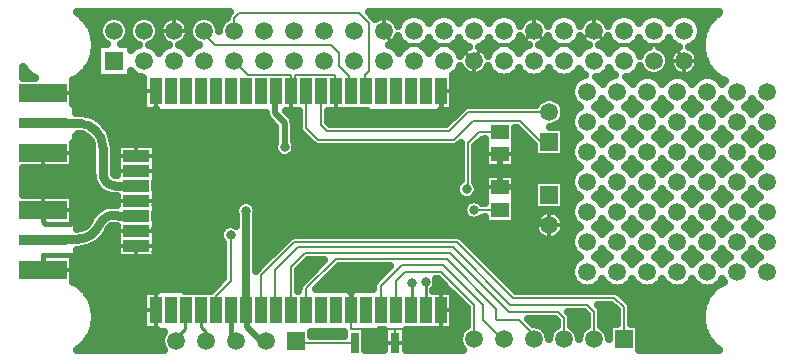
<source format=gbr>
G04 DipTrace 3.1.0.0*
G04 Top.gbr*
%MOMM*%
G04 #@! TF.FileFunction,Copper,L1,Top*
G04 #@! TF.Part,Single*
G04 #@! TA.AperFunction,Conductor*
%ADD10C,0.254*%
%ADD15C,0.508*%
G04 #@! TA.AperFunction,CopperBalancing*
%ADD16C,0.635*%
G04 #@! TA.AperFunction,Conductor*
%ADD17C,0.381*%
%ADD18C,0.1778*%
%ADD19C,0.3048*%
%ADD20C,0.4572*%
G04 #@! TA.AperFunction,ViaPad*
%ADD21C,0.8*%
G04 #@! TA.AperFunction,CopperBalancing*
%ADD22C,0.33*%
%ADD23R,1.5X1.3*%
G04 #@! TA.AperFunction,ComponentPad*
%ADD25R,1.5X1.5*%
%ADD26C,1.5*%
%ADD27C,1.5*%
%ADD29R,4.06X1.52*%
%ADD30R,4.06X0.85*%
%ADD32R,0.8X1.7*%
%ADD33R,1.01X2.274*%
%ADD34R,2.274X1.01*%
%FSLAX35Y35*%
G04*
G71*
G90*
G75*
G01*
G04 Top*
%LPD*%
X3287333Y2786667D2*
D15*
Y2992000D1*
X3204333Y3075000D1*
Y3252333D1*
X3211333Y3259333D1*
X3132333Y1147000D2*
X3086667D1*
X2966333Y1267333D1*
Y1397333D1*
X2957333Y1406333D1*
D16*
X2960000Y2247333D1*
X2830333Y1406333D2*
D17*
Y1195000D1*
X2878333Y1147000D1*
X3846333Y1406333D2*
Y1663667D1*
X3840000Y1670000D1*
X4610000Y3010000D2*
Y3257667D1*
X4608333Y3259333D1*
X5115000Y2725000D2*
D15*
Y2445000D1*
X5530000Y2126000D2*
X5474000D1*
X5330000Y2270000D1*
Y2380000D1*
X5260000Y2450000D1*
X5120000D1*
X5115000Y2445000D1*
X3846333Y1406333D2*
D18*
Y1248670D1*
X4220000D1*
X4608333D1*
Y1406333D1*
X2859667Y3517000D2*
X2976957Y3399710D1*
X3338333D1*
Y3259333D1*
X4220000Y1248670D2*
Y1130000D1*
X1800000Y2310000D2*
X1866670D1*
Y2332833D1*
X2030833D1*
X1810000Y2090000D2*
X1876670D1*
X1887837Y2078833D1*
X2030833D1*
X2200000Y2500000D2*
Y2586833D1*
X2030833D1*
X2200000Y1700000D2*
Y1564550D1*
X2195333Y1559883D1*
Y1406333D1*
X3338333Y3259333D2*
X3373893D1*
Y3399710D1*
X3714440D1*
Y3259333D1*
X3719333D1*
X2200000Y1900000D2*
Y1911833D1*
X2160000Y1951833D1*
X2030833D1*
Y2586833D2*
X1886840D1*
Y2713833D1*
X2030833D1*
X2200000Y3100000D2*
X2195333Y3104667D1*
Y3259333D1*
X4891667Y3517000D2*
D19*
Y3551667D1*
X4990000Y3650000D1*
X5278667D1*
X5399667Y3771000D1*
X5907667D2*
X5881000D1*
X5760000Y3650000D1*
X5520667D1*
X5399667Y3771000D1*
X6669667Y3517000D2*
Y3540333D1*
X6560000Y3650000D1*
X6028667D1*
X5907667Y3771000D1*
X4129667D2*
Y3740333D1*
X4220000Y3650000D1*
X4758667D1*
X4891667Y3517000D1*
X1600000Y2300000D2*
D18*
Y2270000D1*
X1470000Y2140000D1*
D20*
X1260000D1*
X1240000Y2160000D1*
Y2254000D1*
X1243000Y2257000D1*
X1600000Y1900000D2*
D18*
X1510000D1*
X1480000Y1870000D1*
D20*
X1240000D1*
Y1752000D1*
X1242000Y1750000D1*
X4370000Y1640000D2*
D10*
X4364000D1*
Y1416000D1*
X4354333Y1406333D1*
X4481333D2*
Y1641333D1*
X2030833Y2205833D2*
D21*
X1877133D1*
G03X1720000Y2130000I-35070J-128045D01*
G01*
G02X1538713Y2008270I-185418J80279D01*
G01*
X1251713Y2002270D1*
X1243000Y2004000D1*
X2030833Y2459833D2*
X1850167D1*
G02X1750000Y2560000I-5J100162D01*
G01*
Y2780000D1*
G03X1540000Y2990000I-209997J3D01*
G01*
X1243333D1*
X1242627Y2989707D1*
X1242333Y2989000D1*
X2703333Y1406333D2*
D18*
Y1526333D1*
X2831000Y1654000D1*
Y2042333D1*
X3880000Y1130000D2*
X3403333D1*
X3386333Y1147000D1*
X2624333D2*
D10*
Y1221333D1*
X2580333Y1265333D1*
Y1402333D1*
X2576333Y1406333D1*
X2370333Y1147000D2*
Y1171333D1*
X2445667Y1246667D1*
Y1402667D1*
X2449333Y1406333D1*
X6160000Y1160000D2*
D18*
Y1430000D1*
X6080000Y1510000D1*
X5220000D1*
X4750000Y1980000D1*
X3370000D1*
X3090000Y1700000D1*
Y1412000D1*
X3084333Y1406333D1*
X5906000Y1160000D2*
Y1394000D1*
X5850000Y1450000D1*
X5200000D1*
X4710000Y1940000D1*
X3400000D1*
X3210000Y1750000D1*
Y1407667D1*
X3211333Y1406333D1*
X5652000Y1160000D2*
Y1338000D1*
X5600000Y1390000D1*
X5190000D1*
X4690000Y1890000D1*
X3460000D1*
X3340000Y1770000D1*
Y1408000D1*
X3338333Y1406333D1*
X5398000Y1160000D2*
Y1192000D1*
X5270000Y1320000D1*
X5090000D1*
X5080000Y1330000D1*
Y1420000D1*
X4660000Y1840000D1*
X3720000D1*
X3470000Y1590000D1*
Y1411000D1*
X3465333Y1406333D1*
X5144000Y1160000D2*
X5130000D1*
X4970000Y1320000D1*
Y1450000D1*
X4630000Y1790000D1*
X4280000D1*
X4100000Y1610000D1*
Y1406667D1*
X4100333Y1406333D1*
X4890000Y1160000D2*
Y1450000D1*
X4610000Y1730000D1*
X4310000D1*
X4230000Y1650000D1*
Y1409000D1*
X4227333Y1406333D1*
X5530000Y2830000D2*
X5460000D1*
X5280000Y3010000D1*
X4880000D1*
X4720000Y2850000D1*
X3570000D1*
X3470000Y2950000D1*
Y3254667D1*
X3465333Y3259333D1*
X3592333D2*
Y2977667D1*
X3650000Y2920000D1*
X4680000D1*
X4840000Y3080000D1*
X5526000D1*
X5530000Y3084000D1*
X5115000Y2255000D2*
X4890000D1*
X4830000Y2430000D2*
X4840000D1*
Y2820000D1*
X4935000Y2915000D1*
X5115000D1*
X2605667Y3771000D2*
Y3744333D1*
X2700000Y3650000D1*
X3680000D1*
X3750000Y3580000D1*
Y3470000D1*
X3830000Y3390000D1*
Y3275667D1*
X3846333Y3259333D1*
X2859667Y3771000D2*
Y3879667D1*
X2900000Y3920000D1*
X3920000D1*
X4000000Y3840000D1*
Y3430000D1*
X3970000Y3400000D1*
Y3262667D1*
X3973333Y3259333D1*
D21*
X3287333Y2786667D3*
X2960000Y2247333D3*
X3840000Y1670000D3*
X4610000Y3010000D3*
X4370000Y1640000D3*
X4481333Y1641333D3*
X2831000Y2042333D3*
X4890000Y2255000D3*
X4830000Y2430000D3*
X1600000Y2700000D3*
X2400000Y2500000D3*
X1830000Y2900000D3*
X1600000Y3100000D3*
X2000000Y2900000D3*
X2200000D3*
X2400000D3*
X2200000Y2700000D3*
Y2500000D3*
Y2300000D3*
Y2100000D3*
X2400000Y2700000D3*
X2200000Y1900000D3*
X1600000Y2300000D3*
X2200000Y1700000D3*
X1800000D3*
X1600000D3*
X1800000Y3100000D3*
X1600000Y2500000D3*
X2000000Y1500000D3*
X1800000D3*
X1400000Y2500000D3*
X1200000D3*
X2400000Y2300000D3*
Y2100000D3*
Y1900000D3*
Y1700000D3*
X1600000Y1900000D3*
Y3300000D3*
X1800000D3*
X2200000Y3100000D3*
X2600000Y2700000D3*
Y2500000D3*
Y2300000D3*
Y2100000D3*
Y1900000D3*
Y1700000D3*
X2000000Y3100000D3*
Y3300000D3*
X1800000Y2310000D3*
X1810000Y2090000D3*
X1800000Y1900000D3*
X2000000Y1700000D3*
X4480000Y2370333D3*
X1608963Y3864483D2*
D16*
X1751290D1*
X1936137D2*
X2005290D1*
X2190137D2*
X2259290D1*
X2444137D2*
X2513290D1*
X2698137D2*
X2767290D1*
X4222137D2*
X4270153D1*
X4497343D2*
X4524037D1*
X4751343D2*
X4778037D1*
X5005343D2*
X5032037D1*
X5259343D2*
X5307290D1*
X5492137D2*
X5540153D1*
X5767343D2*
X5815290D1*
X6000137D2*
X6048153D1*
X6275343D2*
X6302037D1*
X6529343D2*
X6556037D1*
X6783343D2*
X6890700D1*
X1651253Y3801317D2*
X1713960D1*
X6815093D2*
X6848407D1*
X1676060Y3738150D2*
X1714580D1*
X1687097Y3674983D2*
X1754143D1*
X1933283D2*
X2008143D1*
X2187283D2*
X2262143D1*
X2441283D2*
X2516143D1*
X4219283D2*
X4272317D1*
X4494987D2*
X4526317D1*
X4748987D2*
X4780317D1*
X5002987D2*
X5034317D1*
X5256987D2*
X5310143D1*
X5489283D2*
X5542317D1*
X5764987D2*
X5818143D1*
X5997283D2*
X6050317D1*
X6272987D2*
X6304317D1*
X6526987D2*
X6558317D1*
X6780987D2*
X6812490D1*
X2210103Y3611817D2*
X2239140D1*
X2464103D2*
X2493140D1*
X4242103D2*
X4271140D1*
X4496103D2*
X4525140D1*
X4750103D2*
X4800780D1*
X4982647D2*
X5033200D1*
X5258103D2*
X5287140D1*
X5512103D2*
X5541140D1*
X5766103D2*
X5795140D1*
X6020103D2*
X6049140D1*
X6274103D2*
X6324780D1*
X6506647D2*
X6578780D1*
X6760647D2*
X6813680D1*
X1672463Y3548650D2*
X1694960D1*
X6799097D2*
X6827137D1*
X1644803Y3485483D2*
X1694983D1*
X6799097D2*
X6854857D1*
X1078763Y3422317D2*
X1100880D1*
X1598420D2*
X1694983D1*
X4750227D2*
X4800533D1*
X4982773D2*
X5033077D1*
X5258227D2*
X5287147D1*
X5512227D2*
X5541147D1*
X5766227D2*
X5795147D1*
X6020227D2*
X6049147D1*
X6274227D2*
X6324533D1*
X6506773D2*
X6578533D1*
X6760773D2*
X6901240D1*
X1517433Y3359150D2*
X2086403D1*
X4717237D2*
X5747700D1*
X5956357D2*
X6001700D1*
X6210357D2*
X6255700D1*
X6464357D2*
X6509700D1*
X6718357D2*
X6763700D1*
X1503790Y3295983D2*
X2086403D1*
X4717237D2*
X5709127D1*
X1503790Y3232817D2*
X2086403D1*
X4717237D2*
X5705283D1*
X1503790Y3169650D2*
X2086403D1*
X4717237D2*
X5429827D1*
X5630173D2*
X5732567D1*
X1531077Y3106483D2*
X2086403D1*
X4717237D2*
X4773990D1*
X5661427D2*
X5749063D1*
X5954990D2*
X6003063D1*
X6208990D2*
X6257063D1*
X6462990D2*
X6511063D1*
X6716990D2*
X6765063D1*
X6970990D2*
X7019063D1*
X7224990D2*
X7273063D1*
X1687967Y3043317D2*
X3127330D1*
X3351617D2*
X3402663D1*
X3659567D2*
X4710863D1*
X5656717D2*
X5709500D1*
X1768207Y2980150D2*
X3183267D1*
X3371087D2*
X3402673D1*
X5609587D2*
X5705033D1*
X1811990Y2916983D2*
X3203607D1*
X3371087D2*
X3412487D1*
X5248430D2*
X5280570D1*
X5663413D2*
X5731577D1*
X1531077Y2853817D2*
X1628880D1*
X1836297D2*
X3203607D1*
X3371087D2*
X3473730D1*
X5248430D2*
X5343630D1*
X5663413D2*
X5750550D1*
X5953503D2*
X6004550D1*
X6207503D2*
X6258550D1*
X6461503D2*
X6512550D1*
X6715503D2*
X6766550D1*
X6969503D2*
X7020550D1*
X7223503D2*
X7274550D1*
X1502797Y2790650D2*
X1653560D1*
X2202910D2*
X3188970D1*
X3385723D2*
X3549880D1*
X4740183D2*
X4772740D1*
X4907240D2*
X4981607D1*
X5248430D2*
X5396590D1*
X5663413D2*
X5709870D1*
X1502797Y2727483D2*
X1654430D1*
X2202910D2*
X3210427D1*
X3364267D2*
X4772750D1*
X4907240D2*
X4981607D1*
X5248430D2*
X5396590D1*
X5663413D2*
X5704787D1*
X1502797Y2664317D2*
X1654430D1*
X2202910D2*
X4772750D1*
X4907240D2*
X4981607D1*
X5248430D2*
X5730583D1*
X1078763Y2601150D2*
X1654430D1*
X2202910D2*
X4772750D1*
X4907240D2*
X5752040D1*
X5952013D2*
X6006040D1*
X6206013D2*
X6260040D1*
X6460013D2*
X6514040D1*
X6714013D2*
X6768040D1*
X6968013D2*
X7022040D1*
X7222013D2*
X7276040D1*
X1078763Y2537983D2*
X1655670D1*
X2202910D2*
X4772750D1*
X4907240D2*
X4981607D1*
X5248430D2*
X5710367D1*
X1078763Y2474817D2*
X1674893D1*
X2200183D2*
X4743233D1*
X4916790D2*
X4981607D1*
X5248430D2*
X5396590D1*
X5663413D2*
X5704663D1*
X1078763Y2411650D2*
X1726113D1*
X2202910D2*
X4733437D1*
X4926590D2*
X4981607D1*
X5248430D2*
X5396590D1*
X5663413D2*
X5729590D1*
X1504410Y2348483D2*
X1858697D1*
X2202910D2*
X4780813D1*
X4879087D2*
X4981607D1*
X5248430D2*
X5396590D1*
X5663413D2*
X5753527D1*
X5950403D2*
X6007527D1*
X6204403D2*
X6261527D1*
X6458403D2*
X6515527D1*
X6712403D2*
X6769527D1*
X6966403D2*
X7023527D1*
X7220403D2*
X7277527D1*
X1504410Y2285317D2*
X1756997D1*
X2202910D2*
X2869733D1*
X3050240D2*
X4796687D1*
X5248430D2*
X5396590D1*
X5663413D2*
X5710740D1*
X1504410Y2222150D2*
X1667327D1*
X2200183D2*
X2865147D1*
X3054950D2*
X4797680D1*
X5248430D2*
X5440617D1*
X5619383D2*
X5704540D1*
X1536160Y2158983D2*
X1628260D1*
X2202910D2*
X2869610D1*
X3049867D2*
X4981607D1*
X5248430D2*
X5400930D1*
X5659070D2*
X5728723D1*
X1809137Y2095817D2*
X1858637D1*
X2202910D2*
X2749680D1*
X3049620D2*
X5400187D1*
X5659817D2*
X5755140D1*
X5948790D2*
X6009140D1*
X6202790D2*
X6263140D1*
X6456790D2*
X6517140D1*
X6710790D2*
X6771140D1*
X6964790D2*
X7025140D1*
X7218790D2*
X7279140D1*
X1771803Y2032650D2*
X1858697D1*
X2202910D2*
X2733060D1*
X3049493D2*
X3332963D1*
X4787063D2*
X5437393D1*
X5622610D2*
X5711237D1*
X1704213Y1969483D2*
X1858697D1*
X2202910D2*
X2763693D1*
X3049247D2*
X3266983D1*
X4853043D2*
X5704290D1*
X1536160Y1906317D2*
X1858697D1*
X2202910D2*
X2763693D1*
X3049000D2*
X3203853D1*
X4916170D2*
X5727730D1*
X1536160Y1843150D2*
X2763693D1*
X3048873D2*
X3140603D1*
X4979423D2*
X5756753D1*
X5947177D2*
X6010753D1*
X6201177D2*
X6264753D1*
X6455177D2*
X6518753D1*
X6709177D2*
X6772753D1*
X6963177D2*
X7026753D1*
X7217177D2*
X7280753D1*
X1503417Y1779983D2*
X2763693D1*
X3048627D2*
X3077510D1*
X3442523D2*
X3567490D1*
X5042550D2*
X5711733D1*
X1503417Y1716817D2*
X2763693D1*
X3407303D2*
X3504363D1*
X3689330D2*
X4114310D1*
X5105680D2*
X5704167D1*
X1503417Y1653650D2*
X2738147D1*
X3407303D2*
X3441183D1*
X3626203D2*
X4051183D1*
X5168807D2*
X5726863D1*
X1584033Y1590483D2*
X2675017D1*
X3562950D2*
X4032703D1*
X4564440D2*
X4657037D1*
X5232060D2*
X5830793D1*
X5873260D2*
X6084793D1*
X6127260D2*
X6338793D1*
X6381260D2*
X6592793D1*
X6635260D2*
X6846793D1*
X6889260D2*
X6915683D1*
X1636123Y1527317D2*
X2086403D1*
X6155167D2*
X6863413D1*
X1667500Y1464150D2*
X2086403D1*
X4717237D2*
X4783293D1*
X6216803D2*
X6831910D1*
X1683997Y1400983D2*
X2086403D1*
X4717237D2*
X4822733D1*
X5972850D2*
X6092733D1*
X6227223D2*
X6815417D1*
X1687967Y1337817D2*
X2086403D1*
X4717237D2*
X4822733D1*
X5719223D2*
X5838733D1*
X5973223D2*
X6092733D1*
X6227223D2*
X6811447D1*
X1679657Y1274650D2*
X2086403D1*
X4717237D2*
X4822733D1*
X5459147D2*
X5584733D1*
X5719223D2*
X5838733D1*
X5973223D2*
X6026627D1*
X6293450D2*
X6819633D1*
X1658323Y1211483D2*
X2254453D1*
X3519790D2*
X3781557D1*
X3978430D2*
X4121627D1*
X4318377D2*
X4767417D1*
X6293450D2*
X6840840D1*
X1620620Y1148317D2*
X2236967D1*
X3978430D2*
X4121627D1*
X4318377D2*
X4757123D1*
X6293450D2*
X6878420D1*
X1557617Y1085150D2*
X2252967D1*
X3978430D2*
X4121627D1*
X4318377D2*
X4780937D1*
X6293450D2*
X6941177D1*
X5242070Y2842070D2*
Y2607930D1*
X4987930D1*
Y2854113D1*
X4955653Y2849443D1*
X4900843Y2794633D1*
X4900960Y2488733D1*
X4912033Y2471800D1*
X4917563Y2458450D1*
X4920937Y2444403D1*
X4922070Y2430000D1*
X4920937Y2415597D1*
X4917563Y2401550D1*
X4912033Y2388200D1*
X4904487Y2375883D1*
X4895103Y2364897D1*
X4884117Y2355513D1*
X4871800Y2347967D1*
X4858450Y2342437D1*
X4844403Y2339063D1*
X4830000Y2337930D1*
X4815597Y2339063D1*
X4801550Y2342437D1*
X4788200Y2347967D1*
X4775883Y2355513D1*
X4764897Y2364897D1*
X4755513Y2375883D1*
X4747967Y2388200D1*
X4742437Y2401550D1*
X4739063Y2415597D1*
X4737930Y2430000D1*
X4739063Y2444403D1*
X4742437Y2458450D1*
X4747967Y2471800D1*
X4755513Y2484117D1*
X4764897Y2495103D1*
X4779053Y2506603D1*
X4779083Y2821063D1*
X4755830Y2800683D1*
X4743330Y2793680D1*
X4729537Y2789790D1*
X4720000Y2789040D1*
X3560463Y2789790D1*
X3546670Y2793680D1*
X3534170Y2800683D1*
X3526893Y2806893D1*
X3420683Y2914170D1*
X3413680Y2926670D1*
X3409790Y2940463D1*
X3409040Y2950000D1*
Y3093497D1*
X3295277Y3093563D1*
X3346243Y3042313D1*
X3356360Y3027170D1*
X3362663Y3010087D1*
X3364803Y2992000D1*
X3364770Y2991170D1*
X3364803Y2836350D1*
X3372393Y2821900D1*
X3376860Y2808160D1*
X3379120Y2793890D1*
Y2779443D1*
X3376860Y2765173D1*
X3372393Y2751433D1*
X3365837Y2738560D1*
X3357343Y2726873D1*
X3347127Y2716657D1*
X3335440Y2708163D1*
X3322567Y2701607D1*
X3308827Y2697140D1*
X3294557Y2694880D1*
X3280110D1*
X3265840Y2697140D1*
X3252100Y2701607D1*
X3239227Y2708163D1*
X3227540Y2716657D1*
X3217323Y2726873D1*
X3208830Y2738560D1*
X3202273Y2751433D1*
X3197807Y2765173D1*
X3195547Y2779443D1*
Y2793890D1*
X3197807Y2808160D1*
X3202273Y2821900D1*
X3209883Y2836347D1*
X3209863Y2959927D1*
X3145423Y3024687D1*
X3135307Y3039830D1*
X3129003Y3056913D1*
X3126863Y3075000D1*
X3126897Y3075830D1*
X3126863Y3078350D1*
X2585543Y3078343D1*
X2204543D1*
Y3093597D1*
X2092763Y3093563D1*
Y3374773D1*
X2075407Y3376463D1*
X2053697Y3381673D1*
X2033070Y3390220D1*
X2014030Y3401883D1*
X1997053Y3416387D1*
X1985983Y3429010D1*
X1985957Y3374710D1*
X1701377D1*
Y3659290D1*
X1783107D1*
X1768977Y3668197D1*
X1753813Y3681147D1*
X1740863Y3696310D1*
X1730447Y3713310D1*
X1722817Y3731733D1*
X1718160Y3751123D1*
X1716597Y3771000D1*
X1718160Y3790877D1*
X1722817Y3810267D1*
X1730447Y3828690D1*
X1740863Y3845690D1*
X1753813Y3860853D1*
X1768977Y3873803D1*
X1785977Y3884220D1*
X1804400Y3891850D1*
X1823790Y3896507D1*
X1843667Y3898070D1*
X1863543Y3896507D1*
X1882933Y3891850D1*
X1901357Y3884220D1*
X1918357Y3873803D1*
X1933520Y3860853D1*
X1946470Y3845690D1*
X1956887Y3828690D1*
X1964517Y3810267D1*
X1969173Y3790877D1*
X1970627Y3773767D1*
X1972160Y3790877D1*
X1976817Y3810267D1*
X1984447Y3828690D1*
X1994863Y3845690D1*
X2007813Y3860853D1*
X2022977Y3873803D1*
X2039977Y3884220D1*
X2058400Y3891850D1*
X2077790Y3896507D1*
X2097667Y3898070D1*
X2117543Y3896507D1*
X2136933Y3891850D1*
X2155357Y3884220D1*
X2172357Y3873803D1*
X2187520Y3860853D1*
X2200470Y3845690D1*
X2210887Y3828690D1*
X2218517Y3810267D1*
X2223173Y3790877D1*
X2224627Y3773767D1*
X2226150Y3790817D1*
X2230520Y3809340D1*
X2237603Y3827003D1*
X2247250Y3843413D1*
X2259233Y3858197D1*
X2273293Y3871023D1*
X2289113Y3881607D1*
X2306333Y3889710D1*
X2324573Y3895147D1*
X2343420Y3897803D1*
X2362450Y3897610D1*
X2381240Y3894580D1*
X2399367Y3888777D1*
X2416420Y3880333D1*
X2432023Y3869433D1*
X2445827Y3856330D1*
X2457513Y3841307D1*
X2466827Y3824710D1*
X2473557Y3806910D1*
X2477553Y3788300D1*
X2478663Y3775053D1*
X2480160Y3790877D1*
X2484817Y3810267D1*
X2492447Y3828690D1*
X2502863Y3845690D1*
X2515813Y3860853D1*
X2530977Y3873803D1*
X2547977Y3884220D1*
X2566400Y3891850D1*
X2585790Y3896507D1*
X2605667Y3898070D1*
X2625543Y3896507D1*
X2644933Y3891850D1*
X2663357Y3884220D1*
X2680357Y3873803D1*
X2695520Y3860853D1*
X2708470Y3845690D1*
X2718887Y3828690D1*
X2726517Y3810267D1*
X2731173Y3790877D1*
X2732627Y3773767D1*
X2734160Y3790877D1*
X2738817Y3810267D1*
X2746447Y3828690D1*
X2756863Y3845690D1*
X2769813Y3860853D1*
X2784977Y3873803D1*
X2798817Y3882450D1*
X2800390Y3893897D1*
X2805350Y3907343D1*
X2813313Y3919257D1*
X2821383Y3927597D1*
X1530837Y3927650D1*
X1565337Y3901850D1*
X1584487Y3884153D1*
X1602183Y3865003D1*
X1618327Y3844527D1*
X1632813Y3822847D1*
X1645557Y3800097D1*
X1656470Y3776417D1*
X1665497Y3751953D1*
X1672573Y3726857D1*
X1677660Y3701283D1*
X1680727Y3675387D1*
X1681750Y3649333D1*
X1680727Y3623280D1*
X1677660Y3597383D1*
X1672573Y3571810D1*
X1665497Y3546713D1*
X1656470Y3522250D1*
X1645557Y3498570D1*
X1632813Y3475820D1*
X1618327Y3454140D1*
X1602183Y3433663D1*
X1584487Y3414513D1*
X1565337Y3396817D1*
X1544860Y3380673D1*
X1523180Y3366187D1*
X1497377Y3352037D1*
X1497403Y3154740D1*
X1524750Y3154750D1*
Y3079220D1*
X1545840Y3079100D1*
X1580223Y3076570D1*
X1618587Y3068783D1*
X1655610Y3056053D1*
X1690653Y3038603D1*
X1723120Y3016727D1*
X1752453Y2990800D1*
X1778150Y2961267D1*
X1799773Y2928630D1*
X1816950Y2893450D1*
X1829387Y2856330D1*
X1836877Y2817903D1*
X1839290Y2780000D1*
Y2562420D1*
X1851643Y2549217D1*
X1865063Y2554113D1*
Y2816403D1*
X2196603D1*
Y2484263D1*
X2193800D1*
X2193823Y2435477D1*
X2196603Y2435403D1*
Y2230263D1*
X2193800D1*
X2193823Y2181477D1*
X2196603Y2181403D1*
Y1849263D1*
X1865063D1*
Y2117377D1*
X1842083Y2121087D1*
X1830923Y2119630D1*
X1820513Y2115343D1*
X1811560Y2108520D1*
X1804670Y2099617D1*
X1782103Y2056850D1*
X1760703Y2026767D1*
X1735667Y1999633D1*
X1707400Y1975883D1*
X1676357Y1955903D1*
X1643033Y1940010D1*
X1607967Y1928460D1*
X1571720Y1921440D1*
X1540580Y1919000D1*
X1529793Y1918773D1*
X1529750Y1840250D1*
X1497070Y1839970D1*
Y1646567D1*
X1523180Y1632147D1*
X1544860Y1617660D1*
X1565337Y1601517D1*
X1584487Y1583820D1*
X1602183Y1564670D1*
X1618327Y1544193D1*
X1632813Y1522513D1*
X1645557Y1499763D1*
X1656470Y1476083D1*
X1665497Y1451620D1*
X1672573Y1426523D1*
X1677660Y1400950D1*
X1680727Y1375053D1*
X1681750Y1349000D1*
X1680727Y1322947D1*
X1677660Y1297050D1*
X1672573Y1271477D1*
X1665497Y1246380D1*
X1656470Y1221917D1*
X1645557Y1198237D1*
X1632813Y1175487D1*
X1618327Y1153807D1*
X1602183Y1133330D1*
X1584487Y1114180D1*
X1565337Y1096483D1*
X1532920Y1072360D1*
X2267437Y1072350D1*
X2257113Y1089310D1*
X2249483Y1107733D1*
X2244827Y1127123D1*
X2243263Y1147000D1*
X2244827Y1166877D1*
X2249483Y1186267D1*
X2257113Y1204690D1*
X2267530Y1221690D1*
X2270403Y1225333D1*
X2204543Y1225343D1*
Y1240597D1*
X2092763Y1240563D1*
Y1572103D1*
X2204557D1*
X2204543Y1587323D1*
X2440123D1*
Y1572067D1*
X2662900Y1572103D1*
X2770113Y1679323D1*
X2770040Y1973360D1*
X2756513Y1988217D1*
X2748967Y2000533D1*
X2743437Y2013883D1*
X2740063Y2027930D1*
X2738930Y2042333D1*
X2740063Y2056737D1*
X2743437Y2070783D1*
X2748967Y2084133D1*
X2756513Y2096450D1*
X2765897Y2107437D1*
X2776883Y2116820D1*
X2789200Y2124367D1*
X2802550Y2129897D1*
X2816597Y2133270D1*
X2831000Y2134403D1*
X2845403Y2133270D1*
X2859450Y2129897D1*
X2875830Y2122670D1*
X2876060Y2209400D1*
X2870473Y2225840D1*
X2868213Y2240110D1*
Y2254557D1*
X2870473Y2268827D1*
X2874940Y2282567D1*
X2881497Y2295440D1*
X2889990Y2307127D1*
X2900207Y2317343D1*
X2911893Y2325837D1*
X2924767Y2332393D1*
X2938507Y2336860D1*
X2952777Y2339120D1*
X2967223D1*
X2981493Y2336860D1*
X2995233Y2332393D1*
X3008107Y2325837D1*
X3019793Y2317343D1*
X3030010Y2307127D1*
X3038503Y2295440D1*
X3045060Y2282567D1*
X3049527Y2268827D1*
X3051787Y2254557D1*
Y2240110D1*
X3049527Y2225840D1*
X3043653Y2209047D1*
X3042203Y1737707D1*
X3091797Y1788007D1*
X3334170Y2029317D1*
X3346670Y2036320D1*
X3360463Y2040210D1*
X3370000Y2040960D1*
X4759537Y2040210D1*
X4773330Y2036320D1*
X4785830Y2029317D1*
X4793107Y2023107D1*
X5245317Y1570897D1*
X6084783Y1570773D1*
X6098837Y1567977D1*
X6111850Y1561977D1*
X6123677Y1552487D1*
X6209317Y1465830D1*
X6216320Y1453330D1*
X6220210Y1439537D1*
X6220960Y1430000D1*
Y1287000D1*
X6287070Y1287070D1*
X6287410Y1072350D1*
X6965447D1*
X6933997Y1096150D1*
X6914847Y1113847D1*
X6897150Y1132997D1*
X6881007Y1153473D1*
X6866520Y1175153D1*
X6853777Y1197903D1*
X6842863Y1221583D1*
X6833837Y1246047D1*
X6826760Y1271143D1*
X6821673Y1296717D1*
X6818607Y1322613D1*
X6817583Y1348667D1*
X6818607Y1374720D1*
X6821673Y1400617D1*
X6826760Y1426190D1*
X6833837Y1451287D1*
X6842863Y1475750D1*
X6853777Y1499430D1*
X6866520Y1522180D1*
X6881007Y1543860D1*
X6897150Y1564337D1*
X6914847Y1583487D1*
X6933997Y1601183D1*
X6954473Y1617327D1*
X6976153Y1631813D1*
X7006950Y1648267D1*
X6995017Y1667837D1*
X6983117Y1648363D1*
X6968613Y1631387D1*
X6951637Y1616883D1*
X6932597Y1605220D1*
X6911970Y1596673D1*
X6890260Y1591463D1*
X6868000Y1589710D1*
X6845740Y1591463D1*
X6824030Y1596673D1*
X6803403Y1605220D1*
X6784363Y1616883D1*
X6767387Y1631387D1*
X6752883Y1648363D1*
X6741017Y1667837D1*
X6729117Y1648363D1*
X6714613Y1631387D1*
X6697637Y1616883D1*
X6678597Y1605220D1*
X6657970Y1596673D1*
X6636260Y1591463D1*
X6614000Y1589710D1*
X6591740Y1591463D1*
X6570030Y1596673D1*
X6549403Y1605220D1*
X6530363Y1616883D1*
X6513387Y1631387D1*
X6498883Y1648363D1*
X6487017Y1667837D1*
X6475117Y1648363D1*
X6460613Y1631387D1*
X6443637Y1616883D1*
X6424597Y1605220D1*
X6403970Y1596673D1*
X6382260Y1591463D1*
X6360000Y1589710D1*
X6337740Y1591463D1*
X6316030Y1596673D1*
X6295403Y1605220D1*
X6276363Y1616883D1*
X6259387Y1631387D1*
X6244883Y1648363D1*
X6233017Y1667837D1*
X6221117Y1648363D1*
X6206613Y1631387D1*
X6189637Y1616883D1*
X6170597Y1605220D1*
X6149970Y1596673D1*
X6128260Y1591463D1*
X6106000Y1589710D1*
X6083740Y1591463D1*
X6062030Y1596673D1*
X6041403Y1605220D1*
X6022363Y1616883D1*
X6005387Y1631387D1*
X5990883Y1648363D1*
X5979017Y1667837D1*
X5967117Y1648363D1*
X5952613Y1631387D1*
X5935637Y1616883D1*
X5916597Y1605220D1*
X5895970Y1596673D1*
X5874260Y1591463D1*
X5852000Y1589710D1*
X5829740Y1591463D1*
X5808030Y1596673D1*
X5787403Y1605220D1*
X5768363Y1616883D1*
X5751387Y1631387D1*
X5736883Y1648363D1*
X5725220Y1667403D1*
X5716673Y1688030D1*
X5711463Y1709740D1*
X5709710Y1732000D1*
X5711463Y1754260D1*
X5716673Y1775970D1*
X5725220Y1796597D1*
X5736883Y1815637D1*
X5751387Y1832613D1*
X5768363Y1847117D1*
X5787837Y1858983D1*
X5768363Y1870883D1*
X5751387Y1885387D1*
X5736883Y1902363D1*
X5725220Y1921403D1*
X5716673Y1942030D1*
X5711463Y1963740D1*
X5709710Y1986000D1*
X5711463Y2008260D1*
X5716673Y2029970D1*
X5725220Y2050597D1*
X5736883Y2069637D1*
X5751387Y2086613D1*
X5768363Y2101117D1*
X5787837Y2112983D1*
X5768363Y2124883D1*
X5751387Y2139387D1*
X5736883Y2156363D1*
X5725220Y2175403D1*
X5716673Y2196030D1*
X5711463Y2217740D1*
X5709710Y2240000D1*
X5711463Y2262260D1*
X5716673Y2283970D1*
X5725220Y2304597D1*
X5736883Y2323637D1*
X5751387Y2340613D1*
X5768363Y2355117D1*
X5787837Y2366983D1*
X5768363Y2378883D1*
X5751387Y2393387D1*
X5736883Y2410363D1*
X5725220Y2429403D1*
X5716673Y2450030D1*
X5711463Y2471740D1*
X5709710Y2494000D1*
X5711463Y2516260D1*
X5716673Y2537970D1*
X5725220Y2558597D1*
X5736883Y2577637D1*
X5751387Y2594613D1*
X5768363Y2609117D1*
X5787837Y2620983D1*
X5768363Y2632883D1*
X5751387Y2647387D1*
X5736883Y2664363D1*
X5725220Y2683403D1*
X5716673Y2704030D1*
X5711463Y2725740D1*
X5709710Y2748000D1*
X5711463Y2770260D1*
X5716673Y2791970D1*
X5725220Y2812597D1*
X5736883Y2831637D1*
X5751387Y2848613D1*
X5768363Y2863117D1*
X5787837Y2874983D1*
X5768363Y2886883D1*
X5751387Y2901387D1*
X5736883Y2918363D1*
X5725220Y2937403D1*
X5716673Y2958030D1*
X5711463Y2979740D1*
X5709710Y3002000D1*
X5711463Y3024260D1*
X5716673Y3045970D1*
X5725220Y3066597D1*
X5736883Y3085637D1*
X5751387Y3102613D1*
X5768363Y3117117D1*
X5787837Y3128983D1*
X5768363Y3140883D1*
X5751387Y3155387D1*
X5736883Y3172363D1*
X5725220Y3191403D1*
X5716673Y3212030D1*
X5711463Y3233740D1*
X5709710Y3256000D1*
X5711463Y3278260D1*
X5716673Y3299970D1*
X5725220Y3320597D1*
X5736883Y3339637D1*
X5751387Y3356613D1*
X5768363Y3371117D1*
X5787403Y3382780D1*
X5808030Y3391327D1*
X5831603Y3396760D1*
X5815257Y3408803D1*
X5799470Y3424590D1*
X5786343Y3442653D1*
X5780447Y3452403D1*
X5768783Y3433363D1*
X5754280Y3416387D1*
X5737303Y3401883D1*
X5718263Y3390220D1*
X5697637Y3381673D1*
X5675927Y3376463D1*
X5653667Y3374710D1*
X5631407Y3376463D1*
X5609697Y3381673D1*
X5589070Y3390220D1*
X5570030Y3401883D1*
X5553053Y3416387D1*
X5538550Y3433363D1*
X5526683Y3452837D1*
X5514783Y3433363D1*
X5500280Y3416387D1*
X5483303Y3401883D1*
X5464263Y3390220D1*
X5443637Y3381673D1*
X5421927Y3376463D1*
X5399667Y3374710D1*
X5377407Y3376463D1*
X5355697Y3381673D1*
X5335070Y3390220D1*
X5316030Y3401883D1*
X5299053Y3416387D1*
X5284550Y3433363D1*
X5272683Y3452837D1*
X5260783Y3433363D1*
X5246280Y3416387D1*
X5229303Y3401883D1*
X5210263Y3390220D1*
X5189637Y3381673D1*
X5167927Y3376463D1*
X5145667Y3374710D1*
X5123407Y3376463D1*
X5101697Y3381673D1*
X5081070Y3390220D1*
X5062030Y3401883D1*
X5045053Y3416387D1*
X5030550Y3433363D1*
X5018887Y3452403D1*
X5010597Y3472333D1*
X5003197Y3456110D1*
X4992853Y3440137D1*
X4980237Y3425883D1*
X4965637Y3413677D1*
X4949373Y3403790D1*
X4931817Y3396440D1*
X4913360Y3391797D1*
X4894417Y3389960D1*
X4875413Y3390973D1*
X4856773Y3394817D1*
X4838913Y3401397D1*
X4822240Y3410573D1*
X4807123Y3422137D1*
X4793903Y3435827D1*
X4782877Y3451340D1*
X4774290Y3468323D1*
X4772763Y3472280D1*
X4764447Y3452403D1*
X4752783Y3433363D1*
X4738280Y3416387D1*
X4721303Y3401883D1*
X4710910Y3395060D1*
X4710903Y3093563D1*
X4599110D1*
X4599123Y3078343D1*
X3982543D1*
Y3093597D1*
X3653357Y3093563D1*
X3653293Y3002847D1*
X3675340Y2980870D1*
X4654713Y2980960D1*
X4804170Y3129317D1*
X4816670Y3136320D1*
X4830463Y3140210D1*
X4840000Y3140960D1*
X5416780Y3141690D1*
X5427197Y3158690D1*
X5440147Y3173853D1*
X5455310Y3186803D1*
X5472310Y3197220D1*
X5490733Y3204850D1*
X5510123Y3209507D1*
X5530000Y3211070D1*
X5549877Y3209507D1*
X5569267Y3204850D1*
X5587690Y3197220D1*
X5604690Y3186803D1*
X5619853Y3173853D1*
X5632803Y3158690D1*
X5643220Y3141690D1*
X5650850Y3123267D1*
X5655507Y3103877D1*
X5657070Y3084000D1*
X5655507Y3064123D1*
X5650850Y3044733D1*
X5643220Y3026310D1*
X5632803Y3009310D1*
X5619853Y2994147D1*
X5604690Y2981197D1*
X5587690Y2970780D1*
X5569267Y2963150D1*
X5549877Y2958493D1*
X5533543Y2957070D1*
X5657070D1*
Y2702930D1*
X5402930D1*
Y2800783D1*
X5254740Y2949047D1*
X5242173Y2949040D1*
X5241947Y2797930D1*
X4994280Y2562070D2*
X5242070D1*
Y2137930D1*
X4987930D1*
Y2194113D1*
X4955103Y2189897D1*
X4944117Y2180513D1*
X4931800Y2172967D1*
X4918450Y2167437D1*
X4904403Y2164063D1*
X4890000Y2162930D1*
X4875597Y2164063D1*
X4861550Y2167437D1*
X4848200Y2172967D1*
X4835883Y2180513D1*
X4824897Y2189897D1*
X4815513Y2200883D1*
X4807967Y2213200D1*
X4802437Y2226550D1*
X4799063Y2240597D1*
X4797930Y2255000D1*
X4799063Y2269403D1*
X4802437Y2283450D1*
X4807967Y2296800D1*
X4815513Y2309117D1*
X4824897Y2320103D1*
X4835883Y2329487D1*
X4848200Y2337033D1*
X4861550Y2342563D1*
X4875597Y2345937D1*
X4890000Y2347070D1*
X4904403Y2345937D1*
X4918450Y2342563D1*
X4931800Y2337033D1*
X4944117Y2329487D1*
X4958957Y2315937D1*
X4987853Y2315960D1*
X4987930Y2562070D1*
X4994280D1*
X1170310Y3370090D2*
X1154473Y3380673D1*
X1133997Y3396817D1*
X1114847Y3414513D1*
X1097150Y3433663D1*
X1072347Y3467097D1*
X1072353Y3370040D1*
X1169950Y3370070D1*
X7012833Y3347177D2*
X6976487Y3366187D1*
X6954807Y3380673D1*
X6934330Y3396817D1*
X6915180Y3414513D1*
X6897483Y3433663D1*
X6881340Y3454140D1*
X6866853Y3475820D1*
X6854110Y3498570D1*
X6843197Y3522250D1*
X6834170Y3546713D1*
X6827093Y3571810D1*
X6822007Y3597383D1*
X6818940Y3623280D1*
X6817917Y3649333D1*
X6818940Y3675387D1*
X6822007Y3701283D1*
X6827093Y3726857D1*
X6834170Y3751953D1*
X6843197Y3776417D1*
X6854110Y3800097D1*
X6866853Y3822847D1*
X6881340Y3844527D1*
X6897483Y3865003D1*
X6915180Y3884153D1*
X6934330Y3901850D1*
X6954807Y3917993D1*
X6969287Y3927670D1*
X3998407Y3927647D1*
X4046353Y3879590D1*
X4052097Y3871640D1*
X4067113Y3881607D1*
X4084333Y3889710D1*
X4102573Y3895147D1*
X4121420Y3897803D1*
X4140450Y3897610D1*
X4159240Y3894580D1*
X4177367Y3888777D1*
X4194420Y3880333D1*
X4210023Y3869433D1*
X4223827Y3856330D1*
X4235513Y3841307D1*
X4244827Y3824710D1*
X4248587Y3815667D1*
X4256887Y3835597D1*
X4268550Y3854637D1*
X4283053Y3871613D1*
X4300030Y3886117D1*
X4319070Y3897780D1*
X4339697Y3906327D1*
X4361407Y3911537D1*
X4383667Y3913290D1*
X4405927Y3911537D1*
X4427637Y3906327D1*
X4448263Y3897780D1*
X4467303Y3886117D1*
X4484280Y3871613D1*
X4498783Y3854637D1*
X4510650Y3835163D1*
X4522550Y3854637D1*
X4537053Y3871613D1*
X4554030Y3886117D1*
X4573070Y3897780D1*
X4593697Y3906327D1*
X4615407Y3911537D1*
X4637667Y3913290D1*
X4659927Y3911537D1*
X4681637Y3906327D1*
X4702263Y3897780D1*
X4721303Y3886117D1*
X4738280Y3871613D1*
X4752783Y3854637D1*
X4764650Y3835163D1*
X4776550Y3854637D1*
X4791053Y3871613D1*
X4808030Y3886117D1*
X4827070Y3897780D1*
X4847697Y3906327D1*
X4869407Y3911537D1*
X4891667Y3913290D1*
X4913927Y3911537D1*
X4935637Y3906327D1*
X4956263Y3897780D1*
X4975303Y3886117D1*
X4992280Y3871613D1*
X5006783Y3854637D1*
X5018650Y3835163D1*
X5030550Y3854637D1*
X5045053Y3871613D1*
X5062030Y3886117D1*
X5081070Y3897780D1*
X5101697Y3906327D1*
X5123407Y3911537D1*
X5145667Y3913290D1*
X5167927Y3911537D1*
X5189637Y3906327D1*
X5210263Y3897780D1*
X5229303Y3886117D1*
X5246280Y3871613D1*
X5260783Y3854637D1*
X5272447Y3835597D1*
X5280737Y3815667D1*
X5288543Y3832633D1*
X5298997Y3848537D1*
X5311707Y3862703D1*
X5326390Y3874813D1*
X5342717Y3884593D1*
X5360320Y3891827D1*
X5378807Y3896347D1*
X5397763Y3898057D1*
X5416760Y3896913D1*
X5435377Y3892950D1*
X5453190Y3886247D1*
X5469803Y3876960D1*
X5484840Y3865297D1*
X5497970Y3851520D1*
X5508893Y3835933D1*
X5518587Y3815667D1*
X5526887Y3835597D1*
X5538550Y3854637D1*
X5553053Y3871613D1*
X5570030Y3886117D1*
X5589070Y3897780D1*
X5609697Y3906327D1*
X5631407Y3911537D1*
X5653667Y3913290D1*
X5675927Y3911537D1*
X5697637Y3906327D1*
X5718263Y3897780D1*
X5737303Y3886117D1*
X5754280Y3871613D1*
X5768783Y3854637D1*
X5780447Y3835597D1*
X5788737Y3815667D1*
X5796543Y3832633D1*
X5806997Y3848537D1*
X5819707Y3862703D1*
X5834390Y3874813D1*
X5850717Y3884593D1*
X5868320Y3891827D1*
X5886807Y3896347D1*
X5905763Y3898057D1*
X5924760Y3896913D1*
X5943377Y3892950D1*
X5961190Y3886247D1*
X5977803Y3876960D1*
X5992840Y3865297D1*
X6005970Y3851520D1*
X6016893Y3835933D1*
X6026587Y3815667D1*
X6034887Y3835597D1*
X6046550Y3854637D1*
X6061053Y3871613D1*
X6078030Y3886117D1*
X6097070Y3897780D1*
X6117697Y3906327D1*
X6139407Y3911537D1*
X6161667Y3913290D1*
X6183927Y3911537D1*
X6205637Y3906327D1*
X6226263Y3897780D1*
X6245303Y3886117D1*
X6262280Y3871613D1*
X6276783Y3854637D1*
X6288650Y3835163D1*
X6300550Y3854637D1*
X6315053Y3871613D1*
X6332030Y3886117D1*
X6351070Y3897780D1*
X6371697Y3906327D1*
X6393407Y3911537D1*
X6415667Y3913290D1*
X6437927Y3911537D1*
X6459637Y3906327D1*
X6480263Y3897780D1*
X6499303Y3886117D1*
X6516280Y3871613D1*
X6530783Y3854637D1*
X6542650Y3835163D1*
X6554550Y3854637D1*
X6569053Y3871613D1*
X6586030Y3886117D1*
X6605070Y3897780D1*
X6625697Y3906327D1*
X6647407Y3911537D1*
X6669667Y3913290D1*
X6691927Y3911537D1*
X6713637Y3906327D1*
X6734263Y3897780D1*
X6753303Y3886117D1*
X6770280Y3871613D1*
X6784783Y3854637D1*
X6796447Y3835597D1*
X6804993Y3814970D1*
X6810203Y3793260D1*
X6811957Y3771000D1*
X6810203Y3748740D1*
X6804993Y3727030D1*
X6796447Y3706403D1*
X6784783Y3687363D1*
X6770280Y3670387D1*
X6753303Y3655883D1*
X6734263Y3644220D1*
X6714333Y3635930D1*
X6734420Y3626333D1*
X6750023Y3615433D1*
X6763827Y3602330D1*
X6775513Y3587307D1*
X6784827Y3570710D1*
X6791557Y3552910D1*
X6795553Y3534300D1*
X6796737Y3517000D1*
X6795310Y3498020D1*
X6791067Y3479467D1*
X6784100Y3461757D1*
X6774567Y3445287D1*
X6762677Y3430423D1*
X6748703Y3417503D1*
X6732957Y3406813D1*
X6715790Y3398597D1*
X6697587Y3393037D1*
X6678760Y3390257D1*
X6661190Y3390240D1*
X6678597Y3382780D1*
X6697637Y3371117D1*
X6714613Y3356613D1*
X6729117Y3339637D1*
X6740983Y3320163D1*
X6752883Y3339637D1*
X6767387Y3356613D1*
X6784363Y3371117D1*
X6803403Y3382780D1*
X6824030Y3391327D1*
X6845740Y3396537D1*
X6868000Y3398290D1*
X6890260Y3396537D1*
X6911970Y3391327D1*
X6932597Y3382780D1*
X6951637Y3371117D1*
X6968613Y3356613D1*
X6983117Y3339637D1*
X6994983Y3320163D1*
X7006883Y3339637D1*
X7012693Y3347003D1*
X1904157Y3659290D2*
X1985957D1*
Y3605090D1*
X1997053Y3617613D1*
X2014030Y3632117D1*
X2033070Y3643780D1*
X2053000Y3652070D1*
X2031273Y3662657D1*
X2015140Y3674377D1*
X2001043Y3688473D1*
X1989323Y3704607D1*
X1980270Y3722373D1*
X1974107Y3741337D1*
X1970990Y3761030D1*
X1970707Y3768233D1*
X1969173Y3751123D1*
X1964517Y3731733D1*
X1956887Y3713310D1*
X1946470Y3696310D1*
X1933520Y3681147D1*
X1918357Y3668197D1*
X1904040Y3659283D1*
X2142333Y3652070D2*
X2162263Y3643780D1*
X2181303Y3632117D1*
X2198280Y3617613D1*
X2212783Y3600637D1*
X2224650Y3581163D1*
X2236550Y3600637D1*
X2251053Y3617613D1*
X2268030Y3632117D1*
X2287070Y3643780D1*
X2307000Y3652070D1*
X2287643Y3661237D1*
X2271967Y3672030D1*
X2258080Y3685047D1*
X2246290Y3699987D1*
X2236867Y3716523D1*
X2230017Y3734280D1*
X2225897Y3752860D1*
X2224683Y3767310D1*
X2223173Y3751123D1*
X2218517Y3731733D1*
X2210887Y3713310D1*
X2200470Y3696310D1*
X2187520Y3681147D1*
X2172357Y3668197D1*
X2155357Y3657780D1*
X2142237Y3652107D1*
X2396333Y3652070D2*
X2416263Y3643780D1*
X2435303Y3632117D1*
X2452280Y3617613D1*
X2466783Y3600637D1*
X2478650Y3581163D1*
X2490550Y3600637D1*
X2505053Y3617613D1*
X2522030Y3632117D1*
X2541070Y3643780D1*
X2561000Y3652070D1*
X2539273Y3662657D1*
X2523140Y3674377D1*
X2509043Y3688473D1*
X2497323Y3704607D1*
X2488270Y3722373D1*
X2482107Y3741337D1*
X2478990Y3761030D1*
X2478577Y3764653D1*
X2476207Y3745770D1*
X2471040Y3727450D1*
X2463197Y3710110D1*
X2452853Y3694137D1*
X2440237Y3679883D1*
X2425637Y3667677D1*
X2409373Y3657790D1*
X2396367Y3652083D1*
X4174333Y3652070D2*
X4194263Y3643780D1*
X4213303Y3632117D1*
X4230280Y3617613D1*
X4244783Y3600637D1*
X4256650Y3581163D1*
X4268550Y3600637D1*
X4283053Y3617613D1*
X4300030Y3632117D1*
X4319503Y3643983D1*
X4300030Y3655883D1*
X4283053Y3670387D1*
X4268550Y3687363D1*
X4256887Y3706403D1*
X4248597Y3726333D1*
X4241197Y3710110D1*
X4230853Y3694137D1*
X4218237Y3679883D1*
X4203637Y3667677D1*
X4187373Y3657790D1*
X4174367Y3652083D1*
X4447830Y3643983D2*
X4467303Y3632117D1*
X4484280Y3617613D1*
X4498783Y3600637D1*
X4510650Y3581163D1*
X4522550Y3600637D1*
X4537053Y3617613D1*
X4554030Y3632117D1*
X4573503Y3643983D1*
X4554030Y3655883D1*
X4537053Y3670387D1*
X4522550Y3687363D1*
X4510683Y3706837D1*
X4498783Y3687363D1*
X4484280Y3670387D1*
X4467303Y3655883D1*
X4447830Y3644017D1*
X4701830Y3643983D2*
X4721303Y3632117D1*
X4738280Y3617613D1*
X4752783Y3600637D1*
X4764447Y3581597D1*
X4772737Y3561667D1*
X4780543Y3578633D1*
X4790997Y3594537D1*
X4803707Y3608703D1*
X4818390Y3620813D1*
X4834717Y3630593D1*
X4846920Y3635917D1*
X4827070Y3644220D1*
X4808030Y3655883D1*
X4791053Y3670387D1*
X4776550Y3687363D1*
X4764683Y3706837D1*
X4752783Y3687363D1*
X4738280Y3670387D1*
X4721303Y3655883D1*
X4701830Y3644017D1*
X4936370Y3635903D2*
X4956420Y3626333D1*
X4972023Y3615433D1*
X4985827Y3602330D1*
X4997513Y3587307D1*
X5006827Y3570710D1*
X5010587Y3561667D1*
X5018887Y3581597D1*
X5030550Y3600637D1*
X5045053Y3617613D1*
X5062030Y3632117D1*
X5081503Y3643983D1*
X5062030Y3655883D1*
X5045053Y3670387D1*
X5030550Y3687363D1*
X5018683Y3706837D1*
X5006783Y3687363D1*
X4992280Y3670387D1*
X4975303Y3655883D1*
X4956263Y3644220D1*
X4936333Y3635930D1*
X5209830Y3643983D2*
X5229303Y3632117D1*
X5246280Y3617613D1*
X5260783Y3600637D1*
X5272650Y3581163D1*
X5284550Y3600637D1*
X5299053Y3617613D1*
X5316030Y3632117D1*
X5335070Y3643780D1*
X5355000Y3652070D1*
X5335643Y3661237D1*
X5319967Y3672030D1*
X5306080Y3685047D1*
X5294290Y3699987D1*
X5284867Y3716523D1*
X5280763Y3726280D1*
X5272447Y3706403D1*
X5260783Y3687363D1*
X5246280Y3670387D1*
X5229303Y3655883D1*
X5209830Y3644017D1*
X5444333Y3652070D2*
X5464263Y3643780D1*
X5483303Y3632117D1*
X5500280Y3617613D1*
X5514783Y3600637D1*
X5526650Y3581163D1*
X5538550Y3600637D1*
X5553053Y3617613D1*
X5570030Y3632117D1*
X5589503Y3643983D1*
X5570030Y3655883D1*
X5553053Y3670387D1*
X5538550Y3687363D1*
X5526887Y3706403D1*
X5518597Y3726333D1*
X5511197Y3710110D1*
X5500853Y3694137D1*
X5488237Y3679883D1*
X5473637Y3667677D1*
X5457373Y3657790D1*
X5444367Y3652083D1*
X5717830Y3643983D2*
X5737303Y3632117D1*
X5754280Y3617613D1*
X5768783Y3600637D1*
X5780650Y3581163D1*
X5792550Y3600637D1*
X5807053Y3617613D1*
X5824030Y3632117D1*
X5843070Y3643780D1*
X5863000Y3652070D1*
X5843643Y3661237D1*
X5827967Y3672030D1*
X5814080Y3685047D1*
X5802290Y3699987D1*
X5792867Y3716523D1*
X5788763Y3726280D1*
X5780447Y3706403D1*
X5768783Y3687363D1*
X5754280Y3670387D1*
X5737303Y3655883D1*
X5717830Y3644017D1*
X6034650Y3452837D2*
X6022783Y3433363D1*
X6008280Y3416387D1*
X5991303Y3401883D1*
X5972263Y3390220D1*
X5951637Y3381673D1*
X5928063Y3376240D1*
X5944410Y3364197D1*
X5960197Y3348410D1*
X5973323Y3330347D1*
X5979220Y3320597D1*
X5990883Y3339637D1*
X6005387Y3356613D1*
X6022363Y3371117D1*
X6041403Y3382780D1*
X6062030Y3391327D1*
X6085603Y3396760D1*
X6069257Y3408803D1*
X6053470Y3424590D1*
X6040343Y3442653D1*
X6034683Y3452837D1*
X5952333Y3652070D2*
X5972263Y3643780D1*
X5991303Y3632117D1*
X6008280Y3617613D1*
X6022783Y3600637D1*
X6034650Y3581163D1*
X6046550Y3600637D1*
X6061053Y3617613D1*
X6078030Y3632117D1*
X6097503Y3643983D1*
X6078030Y3655883D1*
X6061053Y3670387D1*
X6046550Y3687363D1*
X6034887Y3706403D1*
X6026597Y3726333D1*
X6019197Y3710110D1*
X6008853Y3694137D1*
X5996237Y3679883D1*
X5981637Y3667677D1*
X5965373Y3657790D1*
X5952367Y3652083D1*
X6296737Y3472333D2*
X6288447Y3452403D1*
X6276783Y3433363D1*
X6262280Y3416387D1*
X6245303Y3401883D1*
X6226263Y3390220D1*
X6205637Y3381673D1*
X6182063Y3376240D1*
X6198410Y3364197D1*
X6214197Y3348410D1*
X6227323Y3330347D1*
X6233220Y3320597D1*
X6244883Y3339637D1*
X6259387Y3356613D1*
X6276363Y3371117D1*
X6295403Y3382780D1*
X6316030Y3391327D1*
X6337740Y3396537D1*
X6360000Y3398290D1*
X6371640Y3397793D1*
X6349273Y3408657D1*
X6333140Y3420377D1*
X6319043Y3434473D1*
X6307323Y3450607D1*
X6298270Y3468373D1*
X6296773Y3472430D1*
X6225830Y3643983D2*
X6245303Y3632117D1*
X6262280Y3617613D1*
X6276783Y3600637D1*
X6288447Y3581597D1*
X6296737Y3561667D1*
X6307323Y3583393D1*
X6319043Y3599527D1*
X6333140Y3613623D1*
X6349273Y3625343D1*
X6367040Y3634397D1*
X6371097Y3635893D1*
X6351070Y3644220D1*
X6332030Y3655883D1*
X6315053Y3670387D1*
X6300550Y3687363D1*
X6288683Y3706837D1*
X6276783Y3687363D1*
X6262280Y3670387D1*
X6245303Y3655883D1*
X6225830Y3644017D1*
X6542627Y3514233D2*
X6541173Y3497123D1*
X6536517Y3477733D1*
X6528887Y3459310D1*
X6518470Y3442310D1*
X6505520Y3427147D1*
X6490357Y3414197D1*
X6473357Y3403780D1*
X6454933Y3396150D1*
X6435543Y3391493D1*
X6415667Y3389930D1*
X6407137Y3390267D1*
X6424597Y3382780D1*
X6443637Y3371117D1*
X6460613Y3356613D1*
X6475117Y3339637D1*
X6486983Y3320163D1*
X6498883Y3339637D1*
X6513387Y3356613D1*
X6530363Y3371117D1*
X6549403Y3382780D1*
X6570030Y3391327D1*
X6591740Y3396537D1*
X6614000Y3398290D1*
X6625640Y3397793D1*
X6605643Y3407237D1*
X6589967Y3418030D1*
X6576080Y3431047D1*
X6564290Y3445987D1*
X6554867Y3462523D1*
X6548017Y3480280D1*
X6543897Y3498860D1*
X6542343Y3526970D1*
X6542627Y3519767D1*
X6544150Y3536817D1*
X6548520Y3555340D1*
X6555603Y3573003D1*
X6565250Y3589413D1*
X6577233Y3604197D1*
X6591293Y3617023D1*
X6607113Y3627607D1*
X6624920Y3635917D1*
X6605070Y3644220D1*
X6586030Y3655883D1*
X6569053Y3670387D1*
X6554550Y3687363D1*
X6542683Y3706837D1*
X6530783Y3687363D1*
X6516280Y3670387D1*
X6499303Y3655883D1*
X6480263Y3644220D1*
X6460333Y3635930D1*
X6482060Y3625343D1*
X6498193Y3613623D1*
X6512290Y3599527D1*
X6524010Y3583393D1*
X6533063Y3565627D1*
X6539227Y3546663D1*
X6542343Y3526970D1*
X6064680Y1287070D2*
X6099033D1*
X6099040Y1404697D1*
X6054717Y1449073D1*
X5937000Y1449040D1*
X5955317Y1429830D1*
X5962320Y1417330D1*
X5966210Y1403537D1*
X5966960Y1394000D1*
Y1271590D1*
X5980690Y1262803D1*
X5995853Y1249853D1*
X6008803Y1234690D1*
X6019220Y1217690D1*
X6026850Y1199267D1*
X6031507Y1179877D1*
X6032930Y1163543D1*
Y1287070D1*
X6064680D1*
X5779040Y1162767D2*
X5780493Y1179877D1*
X5785150Y1199267D1*
X5792780Y1217690D1*
X5803197Y1234690D1*
X5816147Y1249853D1*
X5831310Y1262803D1*
X5845080Y1271410D1*
X5845040Y1368730D1*
X5824747Y1389043D1*
X5687157Y1389040D1*
X5701317Y1373830D1*
X5708320Y1361330D1*
X5712210Y1347537D1*
X5712960Y1338000D1*
Y1271400D1*
X5726690Y1262803D1*
X5741853Y1249853D1*
X5754803Y1234690D1*
X5765220Y1217690D1*
X5772850Y1199267D1*
X5777507Y1179877D1*
X5778960Y1162767D1*
X5525040D2*
X5526493Y1179877D1*
X5531150Y1199267D1*
X5538780Y1217690D1*
X5549197Y1234690D1*
X5562147Y1249853D1*
X5577310Y1262803D1*
X5591080Y1271410D1*
X5591040Y1312673D1*
X5574780Y1329010D1*
X5347117Y1329040D1*
X5389490Y1286720D1*
X5407970Y1286677D1*
X5427663Y1283560D1*
X5446627Y1277397D1*
X5464393Y1268343D1*
X5480527Y1256623D1*
X5494623Y1242527D1*
X5506343Y1226393D1*
X5515397Y1208627D1*
X5521560Y1189663D1*
X5524677Y1169970D1*
X5524960Y1162767D1*
X4798163Y1072293D2*
X4787197Y1085310D1*
X4776780Y1102310D1*
X4769150Y1120733D1*
X4764493Y1140123D1*
X4762930Y1160000D1*
X4764493Y1179877D1*
X4769150Y1199267D1*
X4776780Y1217690D1*
X4787197Y1234690D1*
X4800147Y1249853D1*
X4815310Y1262803D1*
X4829080Y1271410D1*
X4829040Y1424790D1*
X4710877Y1542913D1*
X4710903Y1240563D1*
X4312170D1*
X4312070Y1072327D1*
X4798013Y1072350D1*
X5434680Y2507070D2*
X5657070D1*
Y2252930D1*
X5540783Y2252610D1*
X5559573Y2249580D1*
X5577700Y2243777D1*
X5594753Y2235333D1*
X5610357Y2224433D1*
X5624160Y2211330D1*
X5635847Y2196307D1*
X5645160Y2179710D1*
X5651890Y2161910D1*
X5655887Y2143300D1*
X5657070Y2126000D1*
X5655643Y2107020D1*
X5651400Y2088467D1*
X5644433Y2070757D1*
X5634900Y2054287D1*
X5623010Y2039423D1*
X5609037Y2026503D1*
X5593290Y2015813D1*
X5576123Y2007597D1*
X5557920Y2002037D1*
X5539093Y1999257D1*
X5520060Y1999320D1*
X5501253Y2002223D1*
X5483087Y2007907D1*
X5465977Y2016237D1*
X5450300Y2027030D1*
X5436413Y2040047D1*
X5424623Y2054987D1*
X5415200Y2071523D1*
X5408350Y2089280D1*
X5404230Y2107860D1*
X5402933Y2126847D1*
X5404483Y2145817D1*
X5408853Y2164340D1*
X5415937Y2182003D1*
X5425583Y2198413D1*
X5437567Y2213197D1*
X5451627Y2226023D1*
X5467447Y2236607D1*
X5484667Y2244710D1*
X5502907Y2250147D1*
X5524950Y2252930D1*
X5402930D1*
Y2507070D1*
X5434680D1*
X5978983Y2937837D2*
X5967117Y2918363D1*
X5952613Y2901387D1*
X5935637Y2886883D1*
X5916163Y2875017D1*
X5935637Y2863117D1*
X5952613Y2848613D1*
X5967117Y2831637D1*
X5978983Y2812163D1*
X5990883Y2831637D1*
X6005387Y2848613D1*
X6022363Y2863117D1*
X6041837Y2874983D1*
X6022363Y2886883D1*
X6005387Y2901387D1*
X5990883Y2918363D1*
X5979017Y2937837D1*
X5916163Y3128983D2*
X5935637Y3117117D1*
X5952613Y3102613D1*
X5967117Y3085637D1*
X5978983Y3066163D1*
X5990883Y3085637D1*
X6005387Y3102613D1*
X6022363Y3117117D1*
X6041837Y3128983D1*
X6022363Y3140883D1*
X6005387Y3155387D1*
X5990883Y3172363D1*
X5979017Y3191837D1*
X5967117Y3172363D1*
X5952613Y3155387D1*
X5935637Y3140883D1*
X5916163Y3129017D1*
X6232983Y2937837D2*
X6221117Y2918363D1*
X6206613Y2901387D1*
X6189637Y2886883D1*
X6170163Y2875017D1*
X6189637Y2863117D1*
X6206613Y2848613D1*
X6221117Y2831637D1*
X6232983Y2812163D1*
X6244883Y2831637D1*
X6259387Y2848613D1*
X6276363Y2863117D1*
X6295837Y2874983D1*
X6276363Y2886883D1*
X6259387Y2901387D1*
X6244883Y2918363D1*
X6233017Y2937837D1*
X6170163Y3128983D2*
X6189637Y3117117D1*
X6206613Y3102613D1*
X6221117Y3085637D1*
X6232983Y3066163D1*
X6244883Y3085637D1*
X6259387Y3102613D1*
X6276363Y3117117D1*
X6295837Y3128983D1*
X6276363Y3140883D1*
X6259387Y3155387D1*
X6244883Y3172363D1*
X6233017Y3191837D1*
X6221117Y3172363D1*
X6206613Y3155387D1*
X6189637Y3140883D1*
X6170163Y3129017D1*
X6486983Y2937837D2*
X6475117Y2918363D1*
X6460613Y2901387D1*
X6443637Y2886883D1*
X6424163Y2875017D1*
X6443637Y2863117D1*
X6460613Y2848613D1*
X6475117Y2831637D1*
X6486983Y2812163D1*
X6498883Y2831637D1*
X6513387Y2848613D1*
X6530363Y2863117D1*
X6549837Y2874983D1*
X6530363Y2886883D1*
X6513387Y2901387D1*
X6498883Y2918363D1*
X6487017Y2937837D1*
X6424163Y3128983D2*
X6443637Y3117117D1*
X6460613Y3102613D1*
X6475117Y3085637D1*
X6486983Y3066163D1*
X6498883Y3085637D1*
X6513387Y3102613D1*
X6530363Y3117117D1*
X6549837Y3128983D1*
X6530363Y3140883D1*
X6513387Y3155387D1*
X6498883Y3172363D1*
X6487017Y3191837D1*
X6475117Y3172363D1*
X6460613Y3155387D1*
X6443637Y3140883D1*
X6424163Y3129017D1*
X6740983Y2937837D2*
X6729117Y2918363D1*
X6714613Y2901387D1*
X6697637Y2886883D1*
X6678163Y2875017D1*
X6697637Y2863117D1*
X6714613Y2848613D1*
X6729117Y2831637D1*
X6740983Y2812163D1*
X6752883Y2831637D1*
X6767387Y2848613D1*
X6784363Y2863117D1*
X6803837Y2874983D1*
X6784363Y2886883D1*
X6767387Y2901387D1*
X6752883Y2918363D1*
X6741017Y2937837D1*
X6678163Y3128983D2*
X6697637Y3117117D1*
X6714613Y3102613D1*
X6729117Y3085637D1*
X6740983Y3066163D1*
X6752883Y3085637D1*
X6767387Y3102613D1*
X6784363Y3117117D1*
X6803837Y3128983D1*
X6784363Y3140883D1*
X6767387Y3155387D1*
X6752883Y3172363D1*
X6741017Y3191837D1*
X6729117Y3172363D1*
X6714613Y3155387D1*
X6697637Y3140883D1*
X6678163Y3129017D1*
X6994983Y2937837D2*
X6983117Y2918363D1*
X6968613Y2901387D1*
X6951637Y2886883D1*
X6932163Y2875017D1*
X6951637Y2863117D1*
X6968613Y2848613D1*
X6983117Y2831637D1*
X6994983Y2812163D1*
X7006883Y2831637D1*
X7021387Y2848613D1*
X7038363Y2863117D1*
X7057837Y2874983D1*
X7038363Y2886883D1*
X7021387Y2901387D1*
X7006883Y2918363D1*
X6995017Y2937837D1*
X6932163Y3128983D2*
X6951637Y3117117D1*
X6968613Y3102613D1*
X6983117Y3085637D1*
X6994983Y3066163D1*
X7006883Y3085637D1*
X7021387Y3102613D1*
X7038363Y3117117D1*
X7057837Y3128983D1*
X7038363Y3140883D1*
X7021387Y3155387D1*
X7006883Y3172363D1*
X6995017Y3191837D1*
X6983117Y3172363D1*
X6968613Y3155387D1*
X6951637Y3140883D1*
X6932163Y3129017D1*
X7248983Y2937837D2*
X7237117Y2918363D1*
X7222613Y2901387D1*
X7205637Y2886883D1*
X7186163Y2875017D1*
X7205637Y2863117D1*
X7222613Y2848613D1*
X7237117Y2831637D1*
X7248983Y2812163D1*
X7260883Y2831637D1*
X7275387Y2848613D1*
X7292363Y2863117D1*
X7311837Y2874983D1*
X7292363Y2886883D1*
X7275387Y2901387D1*
X7260883Y2918363D1*
X7249017Y2937837D1*
X7186163Y3128983D2*
X7205637Y3117117D1*
X7222613Y3102613D1*
X7237117Y3085637D1*
X7248983Y3066163D1*
X7260883Y3085637D1*
X7275387Y3102613D1*
X7292363Y3117117D1*
X7311837Y3128983D1*
X7292363Y3140883D1*
X7275387Y3155387D1*
X7260883Y3172363D1*
X7249017Y3191837D1*
X7237117Y3172363D1*
X7222613Y3155387D1*
X7205637Y3140883D1*
X7186163Y3129017D1*
X5978983Y2683837D2*
X5967117Y2664363D1*
X5952613Y2647387D1*
X5935637Y2632883D1*
X5916163Y2621017D1*
X5935637Y2609117D1*
X5952613Y2594613D1*
X5967117Y2577637D1*
X5978983Y2558163D1*
X5990883Y2577637D1*
X6005387Y2594613D1*
X6022363Y2609117D1*
X6041837Y2620983D1*
X6022363Y2632883D1*
X6005387Y2647387D1*
X5990883Y2664363D1*
X5979017Y2683837D1*
X6232983D2*
X6221117Y2664363D1*
X6206613Y2647387D1*
X6189637Y2632883D1*
X6170163Y2621017D1*
X6189637Y2609117D1*
X6206613Y2594613D1*
X6221117Y2577637D1*
X6232983Y2558163D1*
X6244883Y2577637D1*
X6259387Y2594613D1*
X6276363Y2609117D1*
X6295837Y2620983D1*
X6276363Y2632883D1*
X6259387Y2647387D1*
X6244883Y2664363D1*
X6233017Y2683837D1*
X6486983D2*
X6475117Y2664363D1*
X6460613Y2647387D1*
X6443637Y2632883D1*
X6424163Y2621017D1*
X6443637Y2609117D1*
X6460613Y2594613D1*
X6475117Y2577637D1*
X6486983Y2558163D1*
X6498883Y2577637D1*
X6513387Y2594613D1*
X6530363Y2609117D1*
X6549837Y2620983D1*
X6530363Y2632883D1*
X6513387Y2647387D1*
X6498883Y2664363D1*
X6487017Y2683837D1*
X6740983D2*
X6729117Y2664363D1*
X6714613Y2647387D1*
X6697637Y2632883D1*
X6678163Y2621017D1*
X6697637Y2609117D1*
X6714613Y2594613D1*
X6729117Y2577637D1*
X6740983Y2558163D1*
X6752883Y2577637D1*
X6767387Y2594613D1*
X6784363Y2609117D1*
X6803837Y2620983D1*
X6784363Y2632883D1*
X6767387Y2647387D1*
X6752883Y2664363D1*
X6741017Y2683837D1*
X6994983D2*
X6983117Y2664363D1*
X6968613Y2647387D1*
X6951637Y2632883D1*
X6932163Y2621017D1*
X6951637Y2609117D1*
X6968613Y2594613D1*
X6983117Y2577637D1*
X6994983Y2558163D1*
X7006883Y2577637D1*
X7021387Y2594613D1*
X7038363Y2609117D1*
X7057837Y2620983D1*
X7038363Y2632883D1*
X7021387Y2647387D1*
X7006883Y2664363D1*
X6995017Y2683837D1*
X7248983D2*
X7237117Y2664363D1*
X7222613Y2647387D1*
X7205637Y2632883D1*
X7186163Y2621017D1*
X7205637Y2609117D1*
X7222613Y2594613D1*
X7237117Y2577637D1*
X7248983Y2558163D1*
X7260883Y2577637D1*
X7275387Y2594613D1*
X7292363Y2609117D1*
X7311837Y2620983D1*
X7292363Y2632883D1*
X7275387Y2647387D1*
X7260883Y2664363D1*
X7249017Y2683837D1*
X7311837Y2367017D2*
X7292363Y2378883D1*
X7275387Y2393387D1*
X7260883Y2410363D1*
X7249017Y2429837D1*
X7237117Y2410363D1*
X7222613Y2393387D1*
X7205637Y2378883D1*
X7186163Y2367017D1*
X7205637Y2355117D1*
X7222613Y2340613D1*
X7237117Y2323637D1*
X7248983Y2304163D1*
X7260883Y2323637D1*
X7275387Y2340613D1*
X7292363Y2355117D1*
X7311837Y2366983D1*
X7057837Y2367017D2*
X7038363Y2378883D1*
X7021387Y2393387D1*
X7006883Y2410363D1*
X6995017Y2429837D1*
X6983117Y2410363D1*
X6968613Y2393387D1*
X6951637Y2378883D1*
X6932163Y2367017D1*
X6951637Y2355117D1*
X6968613Y2340613D1*
X6983117Y2323637D1*
X6994983Y2304163D1*
X7006883Y2323637D1*
X7021387Y2340613D1*
X7038363Y2355117D1*
X7057837Y2366983D1*
X6803837Y2367017D2*
X6784363Y2378883D1*
X6767387Y2393387D1*
X6752883Y2410363D1*
X6741017Y2429837D1*
X6729117Y2410363D1*
X6714613Y2393387D1*
X6697637Y2378883D1*
X6678163Y2367017D1*
X6697637Y2355117D1*
X6714613Y2340613D1*
X6729117Y2323637D1*
X6740983Y2304163D1*
X6752883Y2323637D1*
X6767387Y2340613D1*
X6784363Y2355117D1*
X6803837Y2366983D1*
X6549837Y2367017D2*
X6530363Y2378883D1*
X6513387Y2393387D1*
X6498883Y2410363D1*
X6487017Y2429837D1*
X6475117Y2410363D1*
X6460613Y2393387D1*
X6443637Y2378883D1*
X6424163Y2367017D1*
X6443637Y2355117D1*
X6460613Y2340613D1*
X6475117Y2323637D1*
X6486983Y2304163D1*
X6498883Y2323637D1*
X6513387Y2340613D1*
X6530363Y2355117D1*
X6549837Y2366983D1*
X6295837Y2367017D2*
X6276363Y2378883D1*
X6259387Y2393387D1*
X6244883Y2410363D1*
X6233017Y2429837D1*
X6221117Y2410363D1*
X6206613Y2393387D1*
X6189637Y2378883D1*
X6170163Y2367017D1*
X6189637Y2355117D1*
X6206613Y2340613D1*
X6221117Y2323637D1*
X6232983Y2304163D1*
X6244883Y2323637D1*
X6259387Y2340613D1*
X6276363Y2355117D1*
X6295837Y2366983D1*
X6041837Y2367017D2*
X6022363Y2378883D1*
X6005387Y2393387D1*
X5990883Y2410363D1*
X5979017Y2429837D1*
X5967117Y2410363D1*
X5952613Y2393387D1*
X5935637Y2378883D1*
X5916163Y2367017D1*
X5935637Y2355117D1*
X5952613Y2340613D1*
X5967117Y2323637D1*
X5978983Y2304163D1*
X5990883Y2323637D1*
X6005387Y2340613D1*
X6022363Y2355117D1*
X6041837Y2366983D1*
X5978983Y2175837D2*
X5967117Y2156363D1*
X5952613Y2139387D1*
X5935637Y2124883D1*
X5916163Y2113017D1*
X5935637Y2101117D1*
X5952613Y2086613D1*
X5967117Y2069637D1*
X5978983Y2050163D1*
X5990883Y2069637D1*
X6005387Y2086613D1*
X6022363Y2101117D1*
X6041837Y2112983D1*
X6022363Y2124883D1*
X6005387Y2139387D1*
X5990883Y2156363D1*
X5979017Y2175837D1*
X6232983D2*
X6221117Y2156363D1*
X6206613Y2139387D1*
X6189637Y2124883D1*
X6170163Y2113017D1*
X6189637Y2101117D1*
X6206613Y2086613D1*
X6221117Y2069637D1*
X6232983Y2050163D1*
X6244883Y2069637D1*
X6259387Y2086613D1*
X6276363Y2101117D1*
X6295837Y2112983D1*
X6276363Y2124883D1*
X6259387Y2139387D1*
X6244883Y2156363D1*
X6233017Y2175837D1*
X6486983D2*
X6475117Y2156363D1*
X6460613Y2139387D1*
X6443637Y2124883D1*
X6424163Y2113017D1*
X6443637Y2101117D1*
X6460613Y2086613D1*
X6475117Y2069637D1*
X6486983Y2050163D1*
X6498883Y2069637D1*
X6513387Y2086613D1*
X6530363Y2101117D1*
X6549837Y2112983D1*
X6530363Y2124883D1*
X6513387Y2139387D1*
X6498883Y2156363D1*
X6487017Y2175837D1*
X6740983D2*
X6729117Y2156363D1*
X6714613Y2139387D1*
X6697637Y2124883D1*
X6678163Y2113017D1*
X6697637Y2101117D1*
X6714613Y2086613D1*
X6729117Y2069637D1*
X6740983Y2050163D1*
X6752883Y2069637D1*
X6767387Y2086613D1*
X6784363Y2101117D1*
X6803837Y2112983D1*
X6784363Y2124883D1*
X6767387Y2139387D1*
X6752883Y2156363D1*
X6741017Y2175837D1*
X6994983D2*
X6983117Y2156363D1*
X6968613Y2139387D1*
X6951637Y2124883D1*
X6932163Y2113017D1*
X6951637Y2101117D1*
X6968613Y2086613D1*
X6983117Y2069637D1*
X6994983Y2050163D1*
X7006883Y2069637D1*
X7021387Y2086613D1*
X7038363Y2101117D1*
X7057837Y2112983D1*
X7038363Y2124883D1*
X7021387Y2139387D1*
X7006883Y2156363D1*
X6995017Y2175837D1*
X7248983D2*
X7237117Y2156363D1*
X7222613Y2139387D1*
X7205637Y2124883D1*
X7186163Y2113017D1*
X7205637Y2101117D1*
X7222613Y2086613D1*
X7237117Y2069637D1*
X7248983Y2050163D1*
X7260883Y2069637D1*
X7275387Y2086613D1*
X7292363Y2101117D1*
X7311837Y2112983D1*
X7292363Y2124883D1*
X7275387Y2139387D1*
X7260883Y2156363D1*
X7249017Y2175837D1*
X7311837Y1859017D2*
X7292363Y1870883D1*
X7275387Y1885387D1*
X7260883Y1902363D1*
X7249017Y1921837D1*
X7237117Y1902363D1*
X7222613Y1885387D1*
X7205637Y1870883D1*
X7186163Y1859017D1*
X7205637Y1847117D1*
X7222613Y1832613D1*
X7237117Y1815637D1*
X7248983Y1796163D1*
X7260883Y1815637D1*
X7275387Y1832613D1*
X7292363Y1847117D1*
X7311837Y1858983D1*
X7057837Y1859017D2*
X7038363Y1870883D1*
X7021387Y1885387D1*
X7006883Y1902363D1*
X6995017Y1921837D1*
X6983117Y1902363D1*
X6968613Y1885387D1*
X6951637Y1870883D1*
X6932163Y1859017D1*
X6951637Y1847117D1*
X6968613Y1832613D1*
X6983117Y1815637D1*
X6994983Y1796163D1*
X7006883Y1815637D1*
X7021387Y1832613D1*
X7038363Y1847117D1*
X7057837Y1858983D1*
X6803837Y1859017D2*
X6784363Y1870883D1*
X6767387Y1885387D1*
X6752883Y1902363D1*
X6741017Y1921837D1*
X6729117Y1902363D1*
X6714613Y1885387D1*
X6697637Y1870883D1*
X6678163Y1859017D1*
X6697637Y1847117D1*
X6714613Y1832613D1*
X6729117Y1815637D1*
X6740983Y1796163D1*
X6752883Y1815637D1*
X6767387Y1832613D1*
X6784363Y1847117D1*
X6803837Y1858983D1*
X6549837Y1859017D2*
X6530363Y1870883D1*
X6513387Y1885387D1*
X6498883Y1902363D1*
X6487017Y1921837D1*
X6475117Y1902363D1*
X6460613Y1885387D1*
X6443637Y1870883D1*
X6424163Y1859017D1*
X6443637Y1847117D1*
X6460613Y1832613D1*
X6475117Y1815637D1*
X6486983Y1796163D1*
X6498883Y1815637D1*
X6513387Y1832613D1*
X6530363Y1847117D1*
X6549837Y1858983D1*
X6295837Y1859017D2*
X6276363Y1870883D1*
X6259387Y1885387D1*
X6244883Y1902363D1*
X6233017Y1921837D1*
X6221117Y1902363D1*
X6206613Y1885387D1*
X6189637Y1870883D1*
X6170163Y1859017D1*
X6189637Y1847117D1*
X6206613Y1832613D1*
X6221117Y1815637D1*
X6232983Y1796163D1*
X6244883Y1815637D1*
X6259387Y1832613D1*
X6276363Y1847117D1*
X6295837Y1858983D1*
X6041837Y1859017D2*
X6022363Y1870883D1*
X6005387Y1885387D1*
X5990883Y1902363D1*
X5979017Y1921837D1*
X5967117Y1902363D1*
X5952613Y1885387D1*
X5935637Y1870883D1*
X5916163Y1859017D1*
X5935637Y1847117D1*
X5952613Y1832613D1*
X5967117Y1815637D1*
X5978983Y1796163D1*
X5990883Y1815637D1*
X6005387Y1832613D1*
X6022363Y1847117D1*
X6041837Y1858983D1*
X3513403Y1225330D2*
Y1190850D1*
X3787930Y1190960D1*
Y1225227D1*
X3513300Y1225343D1*
X1496403Y2825243D2*
Y2606930D1*
X1072317D1*
X1072353Y2385043D1*
X1498070Y2385070D1*
Y2169740D1*
X1529750Y2169750D1*
Y2097443D1*
X1551340Y2098937D1*
X1565293Y2101953D1*
X1578750Y2106707D1*
X1591500Y2113130D1*
X1603333Y2121110D1*
X1614063Y2130527D1*
X1623517Y2141223D1*
X1631537Y2153030D1*
X1651603Y2191937D1*
X1668057Y2215723D1*
X1687463Y2237173D1*
X1709493Y2255917D1*
X1733773Y2271640D1*
X1759890Y2284070D1*
X1787403Y2293000D1*
X1815840Y2298280D1*
X1844727Y2299820D1*
X1864350Y2298493D1*
X1865063Y2306463D1*
Y2370583D1*
X1831257Y2371590D1*
X1811110Y2374820D1*
X1795543Y2378693D1*
X1770237Y2388450D1*
X1748530Y2400350D1*
X1728560Y2414983D1*
X1710670Y2432097D1*
X1695170Y2451400D1*
X1682320Y2472560D1*
X1672343Y2495217D1*
X1665407Y2518983D1*
X1661633Y2543450D1*
X1660710Y2560000D1*
Y2777580D1*
X1659473Y2795970D1*
X1656367Y2811427D1*
X1651270Y2826347D1*
X1644267Y2840473D1*
X1635483Y2853563D1*
X1625063Y2865397D1*
X1613190Y2875770D1*
X1600063Y2884503D1*
X1585910Y2891450D1*
X1570970Y2896490D1*
X1555500Y2899533D1*
X1536553Y2900743D1*
X1524750Y2877750D1*
Y2825250D1*
X1496350D1*
X4127930Y1072330D2*
Y1240553D1*
X4091160Y1240563D1*
X4091123Y1225343D1*
X3972187D1*
X3972070Y1072230D1*
X4128037Y1072350D1*
X3553547Y1587323D2*
X3837123D1*
Y1572067D1*
X3855560Y1572103D1*
X3855543Y1587323D1*
X4038973D1*
X4039790Y1619537D1*
X4043680Y1633330D1*
X4050683Y1645830D1*
X4056893Y1653107D1*
X4182917Y1779127D1*
X3745327Y1779040D1*
X3553597Y1587383D1*
X4546070Y1572103D2*
X4681753D1*
X4584767Y1669023D1*
X4569197Y1669040D1*
X4573120Y1648557D1*
Y1634110D1*
X4570860Y1619840D1*
X4566393Y1606100D1*
X4559837Y1593227D1*
X4551343Y1581540D1*
X4546083Y1575903D1*
X4550213Y1572103D1*
X4581963D1*
X3622777Y1829040D2*
X3485113D1*
X3400937Y1744727D1*
X3400960Y1572183D1*
X3409040Y1590000D1*
X3410723Y1604230D1*
X3415683Y1617677D1*
X3423647Y1629590D1*
X3622900Y1829110D1*
X5115000Y2725000D2*
D22*
Y2608053D1*
X4988053Y2725000D2*
X5241947D1*
X5115000Y2561947D2*
Y2445000D1*
X4988053D2*
X5241947D1*
X2351667Y3897947D2*
Y3771000D1*
X2224720D2*
X2478613D1*
X4129667Y3897947D2*
Y3771000D1*
X4891667Y3517000D2*
Y3390053D1*
X5399667Y3897947D2*
Y3771000D1*
X5907667Y3897947D2*
Y3771000D1*
X6669667Y3517000D2*
Y3390053D1*
X6542720Y3517000D2*
X6796613D1*
X5530000Y2252947D2*
Y1999053D1*
X5403053Y2126000D2*
X5656947D1*
X1241333Y2735000D2*
Y2607053D1*
Y2735000D2*
X1496280D1*
X1242333Y3242000D2*
X1497280D1*
X1242000Y1750000D2*
X1496947D1*
X1243000Y2384947D2*
Y2257000D1*
X1497947D1*
X4128053Y1130000D2*
X4311947D1*
X4608333Y3259333D2*
Y3093687D1*
Y3259333D2*
X4710780D1*
X3719333D2*
Y3093687D1*
X3338333Y3259333D2*
Y3093687D1*
X2195333Y3259333D2*
Y3093687D1*
X2092887Y3259333D2*
X2195333D1*
X2030833Y2816280D2*
Y2713833D1*
X1865187D2*
X2196480D1*
X1865187Y2586833D2*
X2196480D1*
X1865187Y2332833D2*
X2196480D1*
X1865187Y2078833D2*
X2196480D1*
X2030833Y1951833D2*
Y1849387D1*
X1865187Y1951833D2*
X2196480D1*
X2195333Y1571980D2*
Y1240687D1*
X2092887Y1406333D2*
X2195333D1*
X3846333Y1571980D2*
Y1406333D1*
X4608333Y1571980D2*
Y1240687D1*
Y1406333D2*
X4710780D1*
D23*
X5115000Y2725000D3*
Y2915000D3*
Y2445000D3*
Y2255000D3*
D25*
X1843667Y3517000D3*
D26*
Y3771000D3*
X2097667Y3517000D3*
Y3771000D3*
X2351667Y3517000D3*
Y3771000D3*
X2605667Y3517000D3*
Y3771000D3*
X2859667Y3517000D3*
Y3771000D3*
X3113667Y3517000D3*
Y3771000D3*
X3367667Y3517000D3*
Y3771000D3*
X3621667Y3517000D3*
Y3771000D3*
X3875667Y3517000D3*
Y3771000D3*
X4129667Y3517000D3*
Y3771000D3*
X4383667Y3517000D3*
Y3771000D3*
X4637667Y3517000D3*
Y3771000D3*
X4891667Y3517000D3*
Y3771000D3*
X5145667Y3517000D3*
Y3771000D3*
X5399667Y3517000D3*
Y3771000D3*
X5653667Y3517000D3*
Y3771000D3*
X5907667Y3517000D3*
Y3771000D3*
X6161667Y3517000D3*
Y3771000D3*
X6415667Y3517000D3*
Y3771000D3*
X6669667Y3517000D3*
Y3771000D3*
D25*
X6160000Y1160000D3*
D26*
X5906000D3*
X5652000D3*
X5398000D3*
X5144000D3*
X4890000D3*
D25*
X5530000Y2380000D3*
D26*
Y2126000D3*
D25*
Y2830000D3*
D26*
Y3084000D3*
D27*
X5852000Y3002000D3*
X6106000D3*
X6360000D3*
X6614000D3*
X6868000D3*
X7122000D3*
X7376000D3*
X5852000Y2748000D3*
X6106000D3*
X6360000D3*
X6614000D3*
X6868000D3*
X7122000D3*
X7376000D3*
Y2494000D3*
X7122000D3*
X6868000D3*
X6614000D3*
X6360000D3*
X6106000D3*
X5852000D3*
Y2240000D3*
X6106000D3*
X6360000D3*
X6614000D3*
X6868000D3*
X7122000D3*
X7376000D3*
Y1986000D3*
X7122000D3*
X6868000D3*
X6614000D3*
X6360000D3*
X6106000D3*
X5852000D3*
Y1732000D3*
X6106000D3*
X6360000D3*
X6614000D3*
X6868000D3*
X7122000D3*
X7376000D3*
X5852000Y3256000D3*
X6106000D3*
X6360000D3*
X6614000D3*
X6868000D3*
X7122000D3*
X7376000D3*
D25*
X3386333Y1147000D3*
D26*
X3132333D3*
X2878333D3*
X2624333D3*
X2370333D3*
D29*
X1241333Y2735000D3*
D30*
X1242333Y2989000D3*
D29*
Y3242000D3*
X1242000Y1750000D3*
D30*
X1243000Y2004000D3*
D29*
Y2257000D3*
D32*
X4220000Y1130000D3*
X3880000D3*
D33*
X4608333Y3259333D3*
X4481333D3*
X4354333D3*
X4227333D3*
X4100333D3*
X3973333D3*
X3846333D3*
X3719333D3*
X3592333D3*
X3465333D3*
X3338333D3*
X3211333D3*
X3084333D3*
X2957333D3*
X2830333D3*
X2703333D3*
X2576333D3*
X2449333D3*
X2322333D3*
X2195333D3*
D34*
X2030833Y2713833D3*
Y2586833D3*
Y2459833D3*
Y2332833D3*
Y2205833D3*
Y2078833D3*
Y1951833D3*
D33*
X2195333Y1406333D3*
X2322333D3*
X2449333D3*
X2576333D3*
X2703333D3*
X2830333D3*
X2957333D3*
X3084333D3*
X3211333D3*
X3338333D3*
X3465333D3*
X3592333D3*
X3719333D3*
X3846333D3*
X3973333D3*
X4100333D3*
X4227333D3*
X4354333D3*
X4481333D3*
X4608333D3*
M02*

</source>
